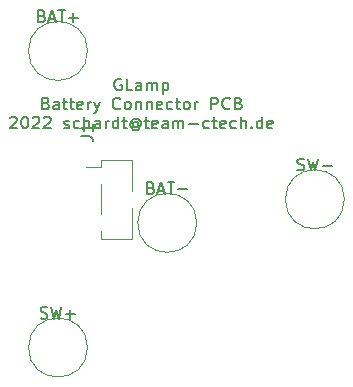
<source format=gbr>
%TF.GenerationSoftware,KiCad,Pcbnew,6.0.8-f2edbf62ab~116~ubuntu22.04.1*%
%TF.CreationDate,2022-11-07T08:46:38+01:00*%
%TF.ProjectId,batteriedeckel,62617474-6572-4696-9564-65636b656c2e,rev?*%
%TF.SameCoordinates,Original*%
%TF.FileFunction,Legend,Top*%
%TF.FilePolarity,Positive*%
%FSLAX46Y46*%
G04 Gerber Fmt 4.6, Leading zero omitted, Abs format (unit mm)*
G04 Created by KiCad (PCBNEW 6.0.8-f2edbf62ab~116~ubuntu22.04.1) date 2022-11-07 08:46:38*
%MOMM*%
%LPD*%
G01*
G04 APERTURE LIST*
%ADD10C,0.200000*%
%ADD11C,0.150000*%
%ADD12C,0.120000*%
G04 APERTURE END LIST*
D10*
X98107714Y-89838000D02*
X98012476Y-89790380D01*
X97869619Y-89790380D01*
X97726761Y-89838000D01*
X97631523Y-89933238D01*
X97583904Y-90028476D01*
X97536285Y-90218952D01*
X97536285Y-90361809D01*
X97583904Y-90552285D01*
X97631523Y-90647523D01*
X97726761Y-90742761D01*
X97869619Y-90790380D01*
X97964857Y-90790380D01*
X98107714Y-90742761D01*
X98155333Y-90695142D01*
X98155333Y-90361809D01*
X97964857Y-90361809D01*
X99060095Y-90790380D02*
X98583904Y-90790380D01*
X98583904Y-89790380D01*
X99822000Y-90790380D02*
X99822000Y-90266571D01*
X99774380Y-90171333D01*
X99679142Y-90123714D01*
X99488666Y-90123714D01*
X99393428Y-90171333D01*
X99822000Y-90742761D02*
X99726761Y-90790380D01*
X99488666Y-90790380D01*
X99393428Y-90742761D01*
X99345809Y-90647523D01*
X99345809Y-90552285D01*
X99393428Y-90457047D01*
X99488666Y-90409428D01*
X99726761Y-90409428D01*
X99822000Y-90361809D01*
X100298190Y-90790380D02*
X100298190Y-90123714D01*
X100298190Y-90218952D02*
X100345809Y-90171333D01*
X100441047Y-90123714D01*
X100583904Y-90123714D01*
X100679142Y-90171333D01*
X100726761Y-90266571D01*
X100726761Y-90790380D01*
X100726761Y-90266571D02*
X100774380Y-90171333D01*
X100869619Y-90123714D01*
X101012476Y-90123714D01*
X101107714Y-90171333D01*
X101155333Y-90266571D01*
X101155333Y-90790380D01*
X101631523Y-90123714D02*
X101631523Y-91123714D01*
X101631523Y-90171333D02*
X101726761Y-90123714D01*
X101917238Y-90123714D01*
X102012476Y-90171333D01*
X102060095Y-90218952D01*
X102107714Y-90314190D01*
X102107714Y-90599904D01*
X102060095Y-90695142D01*
X102012476Y-90742761D01*
X101917238Y-90790380D01*
X101726761Y-90790380D01*
X101631523Y-90742761D01*
X91726761Y-91876571D02*
X91869619Y-91924190D01*
X91917238Y-91971809D01*
X91964857Y-92067047D01*
X91964857Y-92209904D01*
X91917238Y-92305142D01*
X91869619Y-92352761D01*
X91774380Y-92400380D01*
X91393428Y-92400380D01*
X91393428Y-91400380D01*
X91726761Y-91400380D01*
X91822000Y-91448000D01*
X91869619Y-91495619D01*
X91917238Y-91590857D01*
X91917238Y-91686095D01*
X91869619Y-91781333D01*
X91822000Y-91828952D01*
X91726761Y-91876571D01*
X91393428Y-91876571D01*
X92822000Y-92400380D02*
X92822000Y-91876571D01*
X92774380Y-91781333D01*
X92679142Y-91733714D01*
X92488666Y-91733714D01*
X92393428Y-91781333D01*
X92822000Y-92352761D02*
X92726761Y-92400380D01*
X92488666Y-92400380D01*
X92393428Y-92352761D01*
X92345809Y-92257523D01*
X92345809Y-92162285D01*
X92393428Y-92067047D01*
X92488666Y-92019428D01*
X92726761Y-92019428D01*
X92822000Y-91971809D01*
X93155333Y-91733714D02*
X93536285Y-91733714D01*
X93298190Y-91400380D02*
X93298190Y-92257523D01*
X93345809Y-92352761D01*
X93441047Y-92400380D01*
X93536285Y-92400380D01*
X93726761Y-91733714D02*
X94107714Y-91733714D01*
X93869619Y-91400380D02*
X93869619Y-92257523D01*
X93917238Y-92352761D01*
X94012476Y-92400380D01*
X94107714Y-92400380D01*
X94822000Y-92352761D02*
X94726761Y-92400380D01*
X94536285Y-92400380D01*
X94441047Y-92352761D01*
X94393428Y-92257523D01*
X94393428Y-91876571D01*
X94441047Y-91781333D01*
X94536285Y-91733714D01*
X94726761Y-91733714D01*
X94822000Y-91781333D01*
X94869619Y-91876571D01*
X94869619Y-91971809D01*
X94393428Y-92067047D01*
X95298190Y-92400380D02*
X95298190Y-91733714D01*
X95298190Y-91924190D02*
X95345809Y-91828952D01*
X95393428Y-91781333D01*
X95488666Y-91733714D01*
X95583904Y-91733714D01*
X95822000Y-91733714D02*
X96060095Y-92400380D01*
X96298190Y-91733714D02*
X96060095Y-92400380D01*
X95964857Y-92638476D01*
X95917238Y-92686095D01*
X95822000Y-92733714D01*
X98012476Y-92305142D02*
X97964857Y-92352761D01*
X97822000Y-92400380D01*
X97726761Y-92400380D01*
X97583904Y-92352761D01*
X97488666Y-92257523D01*
X97441047Y-92162285D01*
X97393428Y-91971809D01*
X97393428Y-91828952D01*
X97441047Y-91638476D01*
X97488666Y-91543238D01*
X97583904Y-91448000D01*
X97726761Y-91400380D01*
X97822000Y-91400380D01*
X97964857Y-91448000D01*
X98012476Y-91495619D01*
X98583904Y-92400380D02*
X98488666Y-92352761D01*
X98441047Y-92305142D01*
X98393428Y-92209904D01*
X98393428Y-91924190D01*
X98441047Y-91828952D01*
X98488666Y-91781333D01*
X98583904Y-91733714D01*
X98726761Y-91733714D01*
X98822000Y-91781333D01*
X98869619Y-91828952D01*
X98917238Y-91924190D01*
X98917238Y-92209904D01*
X98869619Y-92305142D01*
X98822000Y-92352761D01*
X98726761Y-92400380D01*
X98583904Y-92400380D01*
X99345809Y-91733714D02*
X99345809Y-92400380D01*
X99345809Y-91828952D02*
X99393428Y-91781333D01*
X99488666Y-91733714D01*
X99631523Y-91733714D01*
X99726761Y-91781333D01*
X99774380Y-91876571D01*
X99774380Y-92400380D01*
X100250571Y-91733714D02*
X100250571Y-92400380D01*
X100250571Y-91828952D02*
X100298190Y-91781333D01*
X100393428Y-91733714D01*
X100536285Y-91733714D01*
X100631523Y-91781333D01*
X100679142Y-91876571D01*
X100679142Y-92400380D01*
X101536285Y-92352761D02*
X101441047Y-92400380D01*
X101250571Y-92400380D01*
X101155333Y-92352761D01*
X101107714Y-92257523D01*
X101107714Y-91876571D01*
X101155333Y-91781333D01*
X101250571Y-91733714D01*
X101441047Y-91733714D01*
X101536285Y-91781333D01*
X101583904Y-91876571D01*
X101583904Y-91971809D01*
X101107714Y-92067047D01*
X102441047Y-92352761D02*
X102345809Y-92400380D01*
X102155333Y-92400380D01*
X102060095Y-92352761D01*
X102012476Y-92305142D01*
X101964857Y-92209904D01*
X101964857Y-91924190D01*
X102012476Y-91828952D01*
X102060095Y-91781333D01*
X102155333Y-91733714D01*
X102345809Y-91733714D01*
X102441047Y-91781333D01*
X102726761Y-91733714D02*
X103107714Y-91733714D01*
X102869619Y-91400380D02*
X102869619Y-92257523D01*
X102917238Y-92352761D01*
X103012476Y-92400380D01*
X103107714Y-92400380D01*
X103583904Y-92400380D02*
X103488666Y-92352761D01*
X103441047Y-92305142D01*
X103393428Y-92209904D01*
X103393428Y-91924190D01*
X103441047Y-91828952D01*
X103488666Y-91781333D01*
X103583904Y-91733714D01*
X103726761Y-91733714D01*
X103822000Y-91781333D01*
X103869619Y-91828952D01*
X103917238Y-91924190D01*
X103917238Y-92209904D01*
X103869619Y-92305142D01*
X103822000Y-92352761D01*
X103726761Y-92400380D01*
X103583904Y-92400380D01*
X104345809Y-92400380D02*
X104345809Y-91733714D01*
X104345809Y-91924190D02*
X104393428Y-91828952D01*
X104441047Y-91781333D01*
X104536285Y-91733714D01*
X104631523Y-91733714D01*
X105726761Y-92400380D02*
X105726761Y-91400380D01*
X106107714Y-91400380D01*
X106202952Y-91448000D01*
X106250571Y-91495619D01*
X106298190Y-91590857D01*
X106298190Y-91733714D01*
X106250571Y-91828952D01*
X106202952Y-91876571D01*
X106107714Y-91924190D01*
X105726761Y-91924190D01*
X107298190Y-92305142D02*
X107250571Y-92352761D01*
X107107714Y-92400380D01*
X107012476Y-92400380D01*
X106869619Y-92352761D01*
X106774380Y-92257523D01*
X106726761Y-92162285D01*
X106679142Y-91971809D01*
X106679142Y-91828952D01*
X106726761Y-91638476D01*
X106774380Y-91543238D01*
X106869619Y-91448000D01*
X107012476Y-91400380D01*
X107107714Y-91400380D01*
X107250571Y-91448000D01*
X107298190Y-91495619D01*
X108060095Y-91876571D02*
X108202952Y-91924190D01*
X108250571Y-91971809D01*
X108298190Y-92067047D01*
X108298190Y-92209904D01*
X108250571Y-92305142D01*
X108202952Y-92352761D01*
X108107714Y-92400380D01*
X107726761Y-92400380D01*
X107726761Y-91400380D01*
X108060095Y-91400380D01*
X108155333Y-91448000D01*
X108202952Y-91495619D01*
X108250571Y-91590857D01*
X108250571Y-91686095D01*
X108202952Y-91781333D01*
X108155333Y-91828952D01*
X108060095Y-91876571D01*
X107726761Y-91876571D01*
X88702952Y-93105619D02*
X88750571Y-93058000D01*
X88845809Y-93010380D01*
X89083904Y-93010380D01*
X89179142Y-93058000D01*
X89226761Y-93105619D01*
X89274380Y-93200857D01*
X89274380Y-93296095D01*
X89226761Y-93438952D01*
X88655333Y-94010380D01*
X89274380Y-94010380D01*
X89893428Y-93010380D02*
X89988666Y-93010380D01*
X90083904Y-93058000D01*
X90131523Y-93105619D01*
X90179142Y-93200857D01*
X90226761Y-93391333D01*
X90226761Y-93629428D01*
X90179142Y-93819904D01*
X90131523Y-93915142D01*
X90083904Y-93962761D01*
X89988666Y-94010380D01*
X89893428Y-94010380D01*
X89798190Y-93962761D01*
X89750571Y-93915142D01*
X89702952Y-93819904D01*
X89655333Y-93629428D01*
X89655333Y-93391333D01*
X89702952Y-93200857D01*
X89750571Y-93105619D01*
X89798190Y-93058000D01*
X89893428Y-93010380D01*
X90607714Y-93105619D02*
X90655333Y-93058000D01*
X90750571Y-93010380D01*
X90988666Y-93010380D01*
X91083904Y-93058000D01*
X91131523Y-93105619D01*
X91179142Y-93200857D01*
X91179142Y-93296095D01*
X91131523Y-93438952D01*
X90560095Y-94010380D01*
X91179142Y-94010380D01*
X91560095Y-93105619D02*
X91607714Y-93058000D01*
X91702952Y-93010380D01*
X91941047Y-93010380D01*
X92036285Y-93058000D01*
X92083904Y-93105619D01*
X92131523Y-93200857D01*
X92131523Y-93296095D01*
X92083904Y-93438952D01*
X91512476Y-94010380D01*
X92131523Y-94010380D01*
X93274380Y-93962761D02*
X93369619Y-94010380D01*
X93560095Y-94010380D01*
X93655333Y-93962761D01*
X93702952Y-93867523D01*
X93702952Y-93819904D01*
X93655333Y-93724666D01*
X93560095Y-93677047D01*
X93417238Y-93677047D01*
X93322000Y-93629428D01*
X93274380Y-93534190D01*
X93274380Y-93486571D01*
X93322000Y-93391333D01*
X93417238Y-93343714D01*
X93560095Y-93343714D01*
X93655333Y-93391333D01*
X94560095Y-93962761D02*
X94464857Y-94010380D01*
X94274380Y-94010380D01*
X94179142Y-93962761D01*
X94131523Y-93915142D01*
X94083904Y-93819904D01*
X94083904Y-93534190D01*
X94131523Y-93438952D01*
X94179142Y-93391333D01*
X94274380Y-93343714D01*
X94464857Y-93343714D01*
X94560095Y-93391333D01*
X94988666Y-94010380D02*
X94988666Y-93010380D01*
X95417238Y-94010380D02*
X95417238Y-93486571D01*
X95369619Y-93391333D01*
X95274380Y-93343714D01*
X95131523Y-93343714D01*
X95036285Y-93391333D01*
X94988666Y-93438952D01*
X96322000Y-94010380D02*
X96322000Y-93486571D01*
X96274380Y-93391333D01*
X96179142Y-93343714D01*
X95988666Y-93343714D01*
X95893428Y-93391333D01*
X96322000Y-93962761D02*
X96226761Y-94010380D01*
X95988666Y-94010380D01*
X95893428Y-93962761D01*
X95845809Y-93867523D01*
X95845809Y-93772285D01*
X95893428Y-93677047D01*
X95988666Y-93629428D01*
X96226761Y-93629428D01*
X96322000Y-93581809D01*
X96798190Y-94010380D02*
X96798190Y-93343714D01*
X96798190Y-93534190D02*
X96845809Y-93438952D01*
X96893428Y-93391333D01*
X96988666Y-93343714D01*
X97083904Y-93343714D01*
X97845809Y-94010380D02*
X97845809Y-93010380D01*
X97845809Y-93962761D02*
X97750571Y-94010380D01*
X97560095Y-94010380D01*
X97464857Y-93962761D01*
X97417238Y-93915142D01*
X97369619Y-93819904D01*
X97369619Y-93534190D01*
X97417238Y-93438952D01*
X97464857Y-93391333D01*
X97560095Y-93343714D01*
X97750571Y-93343714D01*
X97845809Y-93391333D01*
X98179142Y-93343714D02*
X98560095Y-93343714D01*
X98322000Y-93010380D02*
X98322000Y-93867523D01*
X98369619Y-93962761D01*
X98464857Y-94010380D01*
X98560095Y-94010380D01*
X99512476Y-93534190D02*
X99464857Y-93486571D01*
X99369619Y-93438952D01*
X99274380Y-93438952D01*
X99179142Y-93486571D01*
X99131523Y-93534190D01*
X99083904Y-93629428D01*
X99083904Y-93724666D01*
X99131523Y-93819904D01*
X99179142Y-93867523D01*
X99274380Y-93915142D01*
X99369619Y-93915142D01*
X99464857Y-93867523D01*
X99512476Y-93819904D01*
X99512476Y-93438952D02*
X99512476Y-93819904D01*
X99560095Y-93867523D01*
X99607714Y-93867523D01*
X99702952Y-93819904D01*
X99750571Y-93724666D01*
X99750571Y-93486571D01*
X99655333Y-93343714D01*
X99512476Y-93248476D01*
X99322000Y-93200857D01*
X99131523Y-93248476D01*
X98988666Y-93343714D01*
X98893428Y-93486571D01*
X98845809Y-93677047D01*
X98893428Y-93867523D01*
X98988666Y-94010380D01*
X99131523Y-94105619D01*
X99322000Y-94153238D01*
X99512476Y-94105619D01*
X99655333Y-94010380D01*
X100036285Y-93343714D02*
X100417238Y-93343714D01*
X100179142Y-93010380D02*
X100179142Y-93867523D01*
X100226761Y-93962761D01*
X100322000Y-94010380D01*
X100417238Y-94010380D01*
X101131523Y-93962761D02*
X101036285Y-94010380D01*
X100845809Y-94010380D01*
X100750571Y-93962761D01*
X100702952Y-93867523D01*
X100702952Y-93486571D01*
X100750571Y-93391333D01*
X100845809Y-93343714D01*
X101036285Y-93343714D01*
X101131523Y-93391333D01*
X101179142Y-93486571D01*
X101179142Y-93581809D01*
X100702952Y-93677047D01*
X102036285Y-94010380D02*
X102036285Y-93486571D01*
X101988666Y-93391333D01*
X101893428Y-93343714D01*
X101702952Y-93343714D01*
X101607714Y-93391333D01*
X102036285Y-93962761D02*
X101941047Y-94010380D01*
X101702952Y-94010380D01*
X101607714Y-93962761D01*
X101560095Y-93867523D01*
X101560095Y-93772285D01*
X101607714Y-93677047D01*
X101702952Y-93629428D01*
X101941047Y-93629428D01*
X102036285Y-93581809D01*
X102512476Y-94010380D02*
X102512476Y-93343714D01*
X102512476Y-93438952D02*
X102560095Y-93391333D01*
X102655333Y-93343714D01*
X102798190Y-93343714D01*
X102893428Y-93391333D01*
X102941047Y-93486571D01*
X102941047Y-94010380D01*
X102941047Y-93486571D02*
X102988666Y-93391333D01*
X103083904Y-93343714D01*
X103226761Y-93343714D01*
X103322000Y-93391333D01*
X103369619Y-93486571D01*
X103369619Y-94010380D01*
X103845809Y-93629428D02*
X104607714Y-93629428D01*
X105512476Y-93962761D02*
X105417238Y-94010380D01*
X105226761Y-94010380D01*
X105131523Y-93962761D01*
X105083904Y-93915142D01*
X105036285Y-93819904D01*
X105036285Y-93534190D01*
X105083904Y-93438952D01*
X105131523Y-93391333D01*
X105226761Y-93343714D01*
X105417238Y-93343714D01*
X105512476Y-93391333D01*
X105798190Y-93343714D02*
X106179142Y-93343714D01*
X105941047Y-93010380D02*
X105941047Y-93867523D01*
X105988666Y-93962761D01*
X106083904Y-94010380D01*
X106179142Y-94010380D01*
X106893428Y-93962761D02*
X106798190Y-94010380D01*
X106607714Y-94010380D01*
X106512476Y-93962761D01*
X106464857Y-93867523D01*
X106464857Y-93486571D01*
X106512476Y-93391333D01*
X106607714Y-93343714D01*
X106798190Y-93343714D01*
X106893428Y-93391333D01*
X106941047Y-93486571D01*
X106941047Y-93581809D01*
X106464857Y-93677047D01*
X107798190Y-93962761D02*
X107702952Y-94010380D01*
X107512476Y-94010380D01*
X107417238Y-93962761D01*
X107369619Y-93915142D01*
X107322000Y-93819904D01*
X107322000Y-93534190D01*
X107369619Y-93438952D01*
X107417238Y-93391333D01*
X107512476Y-93343714D01*
X107702952Y-93343714D01*
X107798190Y-93391333D01*
X108226761Y-94010380D02*
X108226761Y-93010380D01*
X108655333Y-94010380D02*
X108655333Y-93486571D01*
X108607714Y-93391333D01*
X108512476Y-93343714D01*
X108369619Y-93343714D01*
X108274380Y-93391333D01*
X108226761Y-93438952D01*
X109131523Y-93915142D02*
X109179142Y-93962761D01*
X109131523Y-94010380D01*
X109083904Y-93962761D01*
X109131523Y-93915142D01*
X109131523Y-94010380D01*
X110036285Y-94010380D02*
X110036285Y-93010380D01*
X110036285Y-93962761D02*
X109941047Y-94010380D01*
X109750571Y-94010380D01*
X109655333Y-93962761D01*
X109607714Y-93915142D01*
X109560095Y-93819904D01*
X109560095Y-93534190D01*
X109607714Y-93438952D01*
X109655333Y-93391333D01*
X109750571Y-93343714D01*
X109941047Y-93343714D01*
X110036285Y-93391333D01*
X110893428Y-93962761D02*
X110798190Y-94010380D01*
X110607714Y-94010380D01*
X110512476Y-93962761D01*
X110464857Y-93867523D01*
X110464857Y-93486571D01*
X110512476Y-93391333D01*
X110607714Y-93343714D01*
X110798190Y-93343714D01*
X110893428Y-93391333D01*
X110941047Y-93486571D01*
X110941047Y-93581809D01*
X110464857Y-93677047D01*
D11*
%TO.C,BAT+*%
X91392857Y-84473571D02*
X91535714Y-84521190D01*
X91583333Y-84568809D01*
X91630952Y-84664047D01*
X91630952Y-84806904D01*
X91583333Y-84902142D01*
X91535714Y-84949761D01*
X91440476Y-84997380D01*
X91059523Y-84997380D01*
X91059523Y-83997380D01*
X91392857Y-83997380D01*
X91488095Y-84045000D01*
X91535714Y-84092619D01*
X91583333Y-84187857D01*
X91583333Y-84283095D01*
X91535714Y-84378333D01*
X91488095Y-84425952D01*
X91392857Y-84473571D01*
X91059523Y-84473571D01*
X92011904Y-84711666D02*
X92488095Y-84711666D01*
X91916666Y-84997380D02*
X92250000Y-83997380D01*
X92583333Y-84997380D01*
X92773809Y-83997380D02*
X93345238Y-83997380D01*
X93059523Y-84997380D02*
X93059523Y-83997380D01*
X93678571Y-84616428D02*
X94440476Y-84616428D01*
X94059523Y-84997380D02*
X94059523Y-84235476D01*
%TO.C,SW-*%
X113023809Y-97506761D02*
X113166666Y-97554380D01*
X113404761Y-97554380D01*
X113500000Y-97506761D01*
X113547619Y-97459142D01*
X113595238Y-97363904D01*
X113595238Y-97268666D01*
X113547619Y-97173428D01*
X113500000Y-97125809D01*
X113404761Y-97078190D01*
X113214285Y-97030571D01*
X113119047Y-96982952D01*
X113071428Y-96935333D01*
X113023809Y-96840095D01*
X113023809Y-96744857D01*
X113071428Y-96649619D01*
X113119047Y-96602000D01*
X113214285Y-96554380D01*
X113452380Y-96554380D01*
X113595238Y-96602000D01*
X113928571Y-96554380D02*
X114166666Y-97554380D01*
X114357142Y-96840095D01*
X114547619Y-97554380D01*
X114785714Y-96554380D01*
X115166666Y-97173428D02*
X115928571Y-97173428D01*
%TO.C,BAT-*%
X100642857Y-99030571D02*
X100785714Y-99078190D01*
X100833333Y-99125809D01*
X100880952Y-99221047D01*
X100880952Y-99363904D01*
X100833333Y-99459142D01*
X100785714Y-99506761D01*
X100690476Y-99554380D01*
X100309523Y-99554380D01*
X100309523Y-98554380D01*
X100642857Y-98554380D01*
X100738095Y-98602000D01*
X100785714Y-98649619D01*
X100833333Y-98744857D01*
X100833333Y-98840095D01*
X100785714Y-98935333D01*
X100738095Y-98982952D01*
X100642857Y-99030571D01*
X100309523Y-99030571D01*
X101261904Y-99268666D02*
X101738095Y-99268666D01*
X101166666Y-99554380D02*
X101500000Y-98554380D01*
X101833333Y-99554380D01*
X102023809Y-98554380D02*
X102595238Y-98554380D01*
X102309523Y-99554380D02*
X102309523Y-98554380D01*
X102928571Y-99173428D02*
X103690476Y-99173428D01*
%TO.C,SW+*%
X91273809Y-110063761D02*
X91416666Y-110111380D01*
X91654761Y-110111380D01*
X91750000Y-110063761D01*
X91797619Y-110016142D01*
X91845238Y-109920904D01*
X91845238Y-109825666D01*
X91797619Y-109730428D01*
X91750000Y-109682809D01*
X91654761Y-109635190D01*
X91464285Y-109587571D01*
X91369047Y-109539952D01*
X91321428Y-109492333D01*
X91273809Y-109397095D01*
X91273809Y-109301857D01*
X91321428Y-109206619D01*
X91369047Y-109159000D01*
X91464285Y-109111380D01*
X91702380Y-109111380D01*
X91845238Y-109159000D01*
X92178571Y-109111380D02*
X92416666Y-110111380D01*
X92607142Y-109397095D01*
X92797619Y-110111380D01*
X93035714Y-109111380D01*
X93416666Y-109730428D02*
X94178571Y-109730428D01*
X93797619Y-110111380D02*
X93797619Y-109349476D01*
%TO.C,J1*%
X94688380Y-94669333D02*
X95402666Y-94669333D01*
X95545523Y-94716952D01*
X95640761Y-94812190D01*
X95688380Y-94955047D01*
X95688380Y-95050285D01*
X95688380Y-93669333D02*
X95688380Y-94240761D01*
X95688380Y-93955047D02*
X94688380Y-93955047D01*
X94831238Y-94050285D01*
X94926476Y-94145523D01*
X94974095Y-94240761D01*
D12*
%TO.C,BAT+*%
X95250000Y-87443000D02*
G75*
G03*
X95250000Y-87443000I-2500000J0D01*
G01*
%TO.C,SW-*%
X117000000Y-100000000D02*
G75*
G03*
X117000000Y-100000000I-2500000J0D01*
G01*
%TO.C,BAT-*%
X104500000Y-102000000D02*
G75*
G03*
X104500000Y-102000000I-2500000J0D01*
G01*
%TO.C,SW+*%
X95250000Y-112557000D02*
G75*
G03*
X95250000Y-112557000I-2500000J0D01*
G01*
%TO.C,J1*%
X99010000Y-100710000D02*
X99010000Y-103360000D01*
X96390000Y-103360000D02*
X99010000Y-103360000D01*
X99010000Y-96640000D02*
X99010000Y-99290000D01*
X95160000Y-97290000D02*
X96390000Y-97290000D01*
X96390000Y-96640000D02*
X99010000Y-96640000D01*
X96390000Y-98710000D02*
X96390000Y-101290000D01*
X96390000Y-102710000D02*
X96390000Y-103360000D01*
X96390000Y-96640000D02*
X96390000Y-97290000D01*
%TD*%
M02*

</source>
